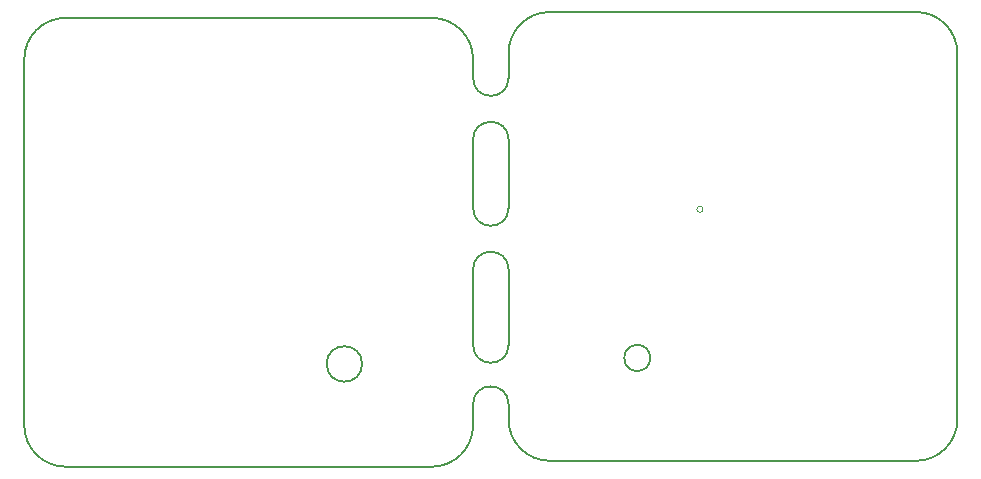
<source format=gbr>
%TF.GenerationSoftware,KiCad,Pcbnew,(5.1.8-0-10_14)*%
%TF.CreationDate,2021-08-18T19:24:52+02:00*%
%TF.ProjectId,ethersweep,65746865-7273-4776-9565-702e6b696361,2.0.1*%
%TF.SameCoordinates,Original*%
%TF.FileFunction,OtherDrawing,Comment*%
%FSLAX46Y46*%
G04 Gerber Fmt 4.6, Leading zero omitted, Abs format (unit mm)*
G04 Created by KiCad (PCBNEW (5.1.8-0-10_14)) date 2021-08-18 19:24:52*
%MOMM*%
%LPD*%
G01*
G04 APERTURE LIST*
%TA.AperFunction,Profile*%
%ADD10C,0.150000*%
%TD*%
%ADD11C,0.150000*%
%ADD12C,0.100000*%
G04 APERTURE END LIST*
D10*
X198000000Y-81000000D02*
G75*
G02*
X201500000Y-84500000I0J-3500000D01*
G01*
X160500000Y-115500000D02*
X160500000Y-114200000D01*
X163500000Y-86600000D02*
X163500000Y-85000000D01*
X163500000Y-86600000D02*
G75*
G02*
X160500000Y-86600000I-1500000J0D01*
G01*
X163500000Y-115500000D02*
X163500000Y-114200000D01*
X160500000Y-86600000D02*
X160500000Y-85000000D01*
X160500000Y-114200000D02*
G75*
G02*
X163500000Y-114200000I1500000J0D01*
G01*
D11*
X175504536Y-110295464D02*
G75*
G03*
X175504536Y-110295464I-1104536J0D01*
G01*
D10*
X163500000Y-97600000D02*
G75*
G02*
X160500000Y-97600000I-1500000J0D01*
G01*
X160500000Y-91800000D02*
G75*
G02*
X163500000Y-91800000I1500000J0D01*
G01*
X163500000Y-97600000D02*
X163500000Y-91800000D01*
X160500000Y-109200000D02*
X160500000Y-102800000D01*
X160500000Y-102800000D02*
G75*
G02*
X163500000Y-102800000I1500000J0D01*
G01*
X160500000Y-97600000D02*
X160500000Y-91800000D01*
X163500000Y-109200000D02*
X163500000Y-102800000D01*
X163500000Y-109200000D02*
G75*
G02*
X160500000Y-109200000I-1500000J0D01*
G01*
X160500000Y-116000000D02*
X160500000Y-115500000D01*
X163500000Y-84500000D02*
X163500000Y-85000000D01*
X151100000Y-110800000D02*
G75*
G03*
X151100000Y-110800000I-1500000J0D01*
G01*
X126000000Y-119500000D02*
G75*
G02*
X122500000Y-116000000I0J3500000D01*
G01*
X126000000Y-119500000D02*
X157000000Y-119500000D01*
X167000000Y-81000000D02*
X198000000Y-81000000D01*
X163500000Y-84500000D02*
G75*
G02*
X167000000Y-81000000I3500000J0D01*
G01*
X201500000Y-115500000D02*
G75*
G02*
X198000000Y-119000000I-3500000J0D01*
G01*
X167000000Y-119000000D02*
G75*
G02*
X163500000Y-115500000I0J3500000D01*
G01*
X167000000Y-119000000D02*
X198000000Y-119000000D01*
X201500000Y-115500000D02*
X201500000Y-84500000D01*
X122500000Y-85000000D02*
X122500000Y-116000000D01*
X160500000Y-116000000D02*
G75*
G02*
X157000000Y-119500000I-3500000J0D01*
G01*
X157000000Y-81500000D02*
G75*
G02*
X160500000Y-85000000I0J-3500000D01*
G01*
X122500000Y-85000000D02*
G75*
G02*
X126000000Y-81500000I3500000J0D01*
G01*
X157000000Y-81500000D02*
X126000000Y-81500000D01*
D12*
X179960000Y-97714000D02*
G75*
G03*
X179960000Y-97714000I-254000J0D01*
G01*
M02*

</source>
